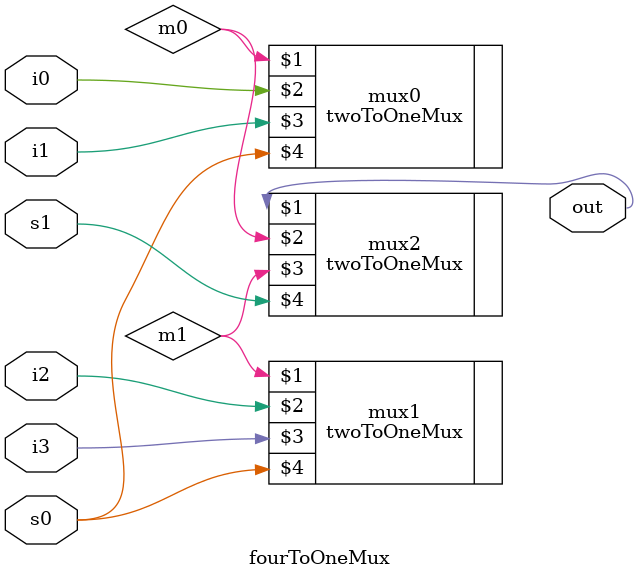
<source format=v>

module fourToOneMux(out, i0, i1, i2, i3, s0, s1);
	output out;
	input i0, i1, i2, i3;
	input s0,s1;
	wire m0, m1;
	twoToOneMux mux0(m0, i0, i1, s0);
	twoToOneMux mux1(m1, i2, i3, s0);
	twoToOneMux mux2(out, m0, m1, s1); 	
	
endmodule

</source>
